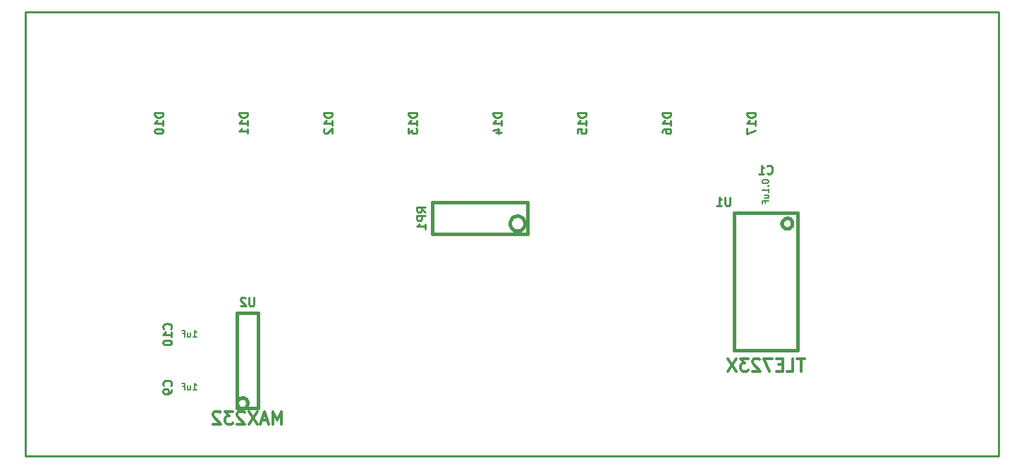
<source format=gbo>
G04 (created by PCBNEW-RS274X (2011-05-25)-stable) date Wed 09 Oct 2013 04:42:06 PM EDT*
G01*
G70*
G90*
%MOIN*%
G04 Gerber Fmt 3.4, Leading zero omitted, Abs format*
%FSLAX34Y34*%
G04 APERTURE LIST*
%ADD10C,0.006000*%
%ADD11C,0.009000*%
%ADD12C,0.005000*%
%ADD13C,0.015000*%
%ADD14C,0.010000*%
%ADD15C,0.012000*%
%ADD16C,0.096000*%
%ADD17C,0.160000*%
%ADD18C,0.180000*%
%ADD19C,0.175000*%
%ADD20O,0.080000X0.120000*%
%ADD21C,0.080000*%
%ADD22R,0.070000X0.120000*%
%ADD23C,0.093000*%
%ADD24R,0.093000X0.093000*%
%ADD25R,0.045000X0.100000*%
%ADD26R,0.120000X0.070000*%
%ADD27C,0.170000*%
%ADD28C,0.140000*%
%ADD29R,0.085000X0.085000*%
%ADD30C,0.085000*%
%ADD31R,0.070000X0.044000*%
%ADD32R,0.070000X0.035000*%
%ADD33R,0.081000X0.044000*%
G04 APERTURE END LIST*
G54D10*
G54D11*
X89500Y-51500D02*
X43500Y-51500D01*
X43500Y-30500D02*
X89500Y-30500D01*
X43500Y-30500D02*
X43500Y-51500D01*
X89500Y-51500D02*
X89500Y-30500D01*
G54D12*
X78200Y-39550D02*
X77600Y-39550D01*
X77600Y-39550D02*
X77600Y-38450D01*
X77600Y-38450D02*
X78200Y-38450D01*
X78800Y-38450D02*
X79400Y-38450D01*
X79400Y-38450D02*
X79400Y-39550D01*
X79400Y-39550D02*
X78800Y-39550D01*
G54D13*
X67103Y-40500D02*
X67096Y-40568D01*
X67076Y-40634D01*
X67044Y-40695D01*
X67000Y-40748D01*
X66947Y-40792D01*
X66886Y-40825D01*
X66820Y-40845D01*
X66752Y-40852D01*
X66684Y-40846D01*
X66618Y-40827D01*
X66557Y-40795D01*
X66504Y-40752D01*
X66459Y-40699D01*
X66426Y-40639D01*
X66405Y-40573D01*
X66398Y-40504D01*
X66403Y-40437D01*
X66422Y-40371D01*
X66454Y-40309D01*
X66497Y-40255D01*
X66549Y-40211D01*
X66609Y-40177D01*
X66675Y-40156D01*
X66743Y-40148D01*
X66811Y-40153D01*
X66877Y-40171D01*
X66939Y-40202D01*
X66993Y-40245D01*
X67038Y-40297D01*
X67072Y-40357D01*
X67094Y-40422D01*
X67102Y-40491D01*
X67103Y-40500D01*
X67250Y-39500D02*
X67250Y-41000D01*
X67250Y-41000D02*
X62750Y-41000D01*
X62750Y-41000D02*
X62750Y-39500D01*
X62750Y-39500D02*
X67250Y-39500D01*
G54D12*
X51800Y-48550D02*
X51800Y-49150D01*
X51800Y-49150D02*
X50700Y-49150D01*
X50700Y-49150D02*
X50700Y-48550D01*
X50700Y-47950D02*
X50700Y-47350D01*
X50700Y-47350D02*
X51800Y-47350D01*
X51800Y-47350D02*
X51800Y-47950D01*
X51800Y-46050D02*
X51800Y-46650D01*
X51800Y-46650D02*
X50700Y-46650D01*
X50700Y-46650D02*
X50700Y-46050D01*
X50700Y-45450D02*
X50700Y-44850D01*
X50700Y-44850D02*
X51800Y-44850D01*
X51800Y-44850D02*
X51800Y-45450D01*
G54D13*
X79750Y-40500D02*
X79745Y-40548D01*
X79731Y-40595D01*
X79708Y-40638D01*
X79677Y-40676D01*
X79639Y-40707D01*
X79596Y-40730D01*
X79550Y-40744D01*
X79501Y-40749D01*
X79454Y-40745D01*
X79407Y-40731D01*
X79364Y-40709D01*
X79326Y-40678D01*
X79294Y-40641D01*
X79271Y-40598D01*
X79256Y-40551D01*
X79251Y-40503D01*
X79255Y-40455D01*
X79268Y-40408D01*
X79290Y-40365D01*
X79321Y-40327D01*
X79358Y-40295D01*
X79400Y-40271D01*
X79447Y-40256D01*
X79495Y-40251D01*
X79543Y-40254D01*
X79590Y-40267D01*
X79633Y-40289D01*
X79672Y-40319D01*
X79704Y-40356D01*
X79728Y-40399D01*
X79743Y-40445D01*
X79749Y-40494D01*
X79750Y-40500D01*
X77000Y-40000D02*
X80000Y-40000D01*
X80000Y-40000D02*
X80000Y-46500D01*
X80000Y-46500D02*
X77000Y-46500D01*
X77000Y-46500D02*
X77000Y-40000D01*
X54000Y-49000D02*
X53995Y-49048D01*
X53981Y-49095D01*
X53958Y-49138D01*
X53927Y-49176D01*
X53889Y-49207D01*
X53846Y-49230D01*
X53800Y-49244D01*
X53751Y-49249D01*
X53704Y-49245D01*
X53657Y-49231D01*
X53614Y-49209D01*
X53576Y-49178D01*
X53544Y-49141D01*
X53521Y-49098D01*
X53506Y-49051D01*
X53501Y-49003D01*
X53505Y-48955D01*
X53518Y-48908D01*
X53540Y-48865D01*
X53571Y-48827D01*
X53608Y-48795D01*
X53650Y-48771D01*
X53697Y-48756D01*
X53745Y-48751D01*
X53793Y-48754D01*
X53840Y-48767D01*
X53883Y-48789D01*
X53922Y-48819D01*
X53954Y-48856D01*
X53978Y-48899D01*
X53993Y-48945D01*
X53999Y-48994D01*
X54000Y-49000D01*
X54500Y-49250D02*
X53500Y-49250D01*
X53500Y-49250D02*
X53500Y-44750D01*
X53500Y-44750D02*
X54500Y-44750D01*
X54500Y-44750D02*
X54500Y-49250D01*
G54D14*
X78566Y-38124D02*
X78585Y-38143D01*
X78642Y-38162D01*
X78680Y-38162D01*
X78738Y-38143D01*
X78776Y-38105D01*
X78795Y-38067D01*
X78814Y-37990D01*
X78814Y-37933D01*
X78795Y-37857D01*
X78776Y-37819D01*
X78738Y-37781D01*
X78680Y-37762D01*
X78642Y-37762D01*
X78585Y-37781D01*
X78566Y-37800D01*
X78185Y-38162D02*
X78414Y-38162D01*
X78300Y-38162D02*
X78300Y-37762D01*
X78338Y-37819D01*
X78376Y-37857D01*
X78414Y-37876D01*
G54D12*
X78321Y-38508D02*
X78321Y-38536D01*
X78336Y-38565D01*
X78350Y-38579D01*
X78379Y-38593D01*
X78436Y-38608D01*
X78507Y-38608D01*
X78564Y-38593D01*
X78593Y-38579D01*
X78607Y-38565D01*
X78621Y-38536D01*
X78621Y-38508D01*
X78607Y-38479D01*
X78593Y-38465D01*
X78564Y-38450D01*
X78507Y-38436D01*
X78436Y-38436D01*
X78379Y-38450D01*
X78350Y-38465D01*
X78336Y-38479D01*
X78321Y-38508D01*
X78593Y-38736D02*
X78607Y-38751D01*
X78621Y-38736D01*
X78607Y-38722D01*
X78593Y-38736D01*
X78621Y-38736D01*
X78621Y-39037D02*
X78621Y-38865D01*
X78621Y-38951D02*
X78321Y-38951D01*
X78364Y-38922D01*
X78393Y-38894D01*
X78407Y-38865D01*
X78421Y-39294D02*
X78621Y-39294D01*
X78421Y-39165D02*
X78579Y-39165D01*
X78607Y-39180D01*
X78621Y-39208D01*
X78621Y-39251D01*
X78607Y-39280D01*
X78593Y-39294D01*
X78464Y-39536D02*
X78464Y-39436D01*
X78621Y-39436D02*
X78321Y-39436D01*
X78321Y-39579D01*
G54D14*
X62412Y-39984D02*
X62221Y-39850D01*
X62412Y-39755D02*
X62012Y-39755D01*
X62012Y-39908D01*
X62031Y-39946D01*
X62050Y-39965D01*
X62088Y-39984D01*
X62145Y-39984D01*
X62183Y-39965D01*
X62202Y-39946D01*
X62221Y-39908D01*
X62221Y-39755D01*
X62412Y-40155D02*
X62012Y-40155D01*
X62012Y-40308D01*
X62031Y-40346D01*
X62050Y-40365D01*
X62088Y-40384D01*
X62145Y-40384D01*
X62183Y-40365D01*
X62202Y-40346D01*
X62221Y-40308D01*
X62221Y-40155D01*
X62412Y-40765D02*
X62412Y-40536D01*
X62412Y-40650D02*
X62012Y-40650D01*
X62069Y-40612D01*
X62107Y-40574D01*
X62126Y-40536D01*
X50374Y-48184D02*
X50393Y-48165D01*
X50412Y-48108D01*
X50412Y-48070D01*
X50393Y-48012D01*
X50355Y-47974D01*
X50317Y-47955D01*
X50240Y-47936D01*
X50183Y-47936D01*
X50107Y-47955D01*
X50069Y-47974D01*
X50031Y-48012D01*
X50012Y-48070D01*
X50012Y-48108D01*
X50031Y-48165D01*
X50050Y-48184D01*
X50412Y-48374D02*
X50412Y-48450D01*
X50393Y-48489D01*
X50374Y-48508D01*
X50317Y-48546D01*
X50240Y-48565D01*
X50088Y-48565D01*
X50050Y-48546D01*
X50031Y-48527D01*
X50012Y-48489D01*
X50012Y-48412D01*
X50031Y-48374D01*
X50050Y-48355D01*
X50088Y-48336D01*
X50183Y-48336D01*
X50221Y-48355D01*
X50240Y-48374D01*
X50260Y-48412D01*
X50260Y-48489D01*
X50240Y-48527D01*
X50221Y-48546D01*
X50183Y-48565D01*
G54D12*
X51428Y-48371D02*
X51600Y-48371D01*
X51514Y-48371D02*
X51514Y-48071D01*
X51543Y-48114D01*
X51571Y-48143D01*
X51600Y-48157D01*
X51171Y-48171D02*
X51171Y-48371D01*
X51300Y-48171D02*
X51300Y-48329D01*
X51285Y-48357D01*
X51257Y-48371D01*
X51214Y-48371D01*
X51185Y-48357D01*
X51171Y-48343D01*
X50929Y-48214D02*
X51029Y-48214D01*
X51029Y-48371D02*
X51029Y-48071D01*
X50886Y-48071D01*
G54D14*
X50374Y-45493D02*
X50393Y-45474D01*
X50412Y-45417D01*
X50412Y-45379D01*
X50393Y-45321D01*
X50355Y-45283D01*
X50317Y-45264D01*
X50240Y-45245D01*
X50183Y-45245D01*
X50107Y-45264D01*
X50069Y-45283D01*
X50031Y-45321D01*
X50012Y-45379D01*
X50012Y-45417D01*
X50031Y-45474D01*
X50050Y-45493D01*
X50412Y-45874D02*
X50412Y-45645D01*
X50412Y-45759D02*
X50012Y-45759D01*
X50069Y-45721D01*
X50107Y-45683D01*
X50126Y-45645D01*
X50012Y-46121D02*
X50012Y-46160D01*
X50031Y-46198D01*
X50050Y-46217D01*
X50088Y-46236D01*
X50164Y-46255D01*
X50260Y-46255D01*
X50336Y-46236D01*
X50374Y-46217D01*
X50393Y-46198D01*
X50412Y-46160D01*
X50412Y-46121D01*
X50393Y-46083D01*
X50374Y-46064D01*
X50336Y-46045D01*
X50260Y-46026D01*
X50164Y-46026D01*
X50088Y-46045D01*
X50050Y-46064D01*
X50031Y-46083D01*
X50012Y-46121D01*
G54D12*
X51428Y-45871D02*
X51600Y-45871D01*
X51514Y-45871D02*
X51514Y-45571D01*
X51543Y-45614D01*
X51571Y-45643D01*
X51600Y-45657D01*
X51171Y-45671D02*
X51171Y-45871D01*
X51300Y-45671D02*
X51300Y-45829D01*
X51285Y-45857D01*
X51257Y-45871D01*
X51214Y-45871D01*
X51185Y-45857D01*
X51171Y-45843D01*
X50929Y-45714D02*
X51029Y-45714D01*
X51029Y-45871D02*
X51029Y-45571D01*
X50886Y-45571D01*
G54D14*
X50012Y-35264D02*
X49612Y-35264D01*
X49612Y-35359D01*
X49631Y-35417D01*
X49669Y-35455D01*
X49707Y-35474D01*
X49783Y-35493D01*
X49840Y-35493D01*
X49917Y-35474D01*
X49955Y-35455D01*
X49993Y-35417D01*
X50012Y-35359D01*
X50012Y-35264D01*
X50012Y-35874D02*
X50012Y-35645D01*
X50012Y-35759D02*
X49612Y-35759D01*
X49669Y-35721D01*
X49707Y-35683D01*
X49726Y-35645D01*
X49612Y-36121D02*
X49612Y-36160D01*
X49631Y-36198D01*
X49650Y-36217D01*
X49688Y-36236D01*
X49764Y-36255D01*
X49860Y-36255D01*
X49936Y-36236D01*
X49974Y-36217D01*
X49993Y-36198D01*
X50012Y-36160D01*
X50012Y-36121D01*
X49993Y-36083D01*
X49974Y-36064D01*
X49936Y-36045D01*
X49860Y-36026D01*
X49764Y-36026D01*
X49688Y-36045D01*
X49650Y-36064D01*
X49631Y-36083D01*
X49612Y-36121D01*
X54012Y-35264D02*
X53612Y-35264D01*
X53612Y-35359D01*
X53631Y-35417D01*
X53669Y-35455D01*
X53707Y-35474D01*
X53783Y-35493D01*
X53840Y-35493D01*
X53917Y-35474D01*
X53955Y-35455D01*
X53993Y-35417D01*
X54012Y-35359D01*
X54012Y-35264D01*
X54012Y-35874D02*
X54012Y-35645D01*
X54012Y-35759D02*
X53612Y-35759D01*
X53669Y-35721D01*
X53707Y-35683D01*
X53726Y-35645D01*
X54012Y-36255D02*
X54012Y-36026D01*
X54012Y-36140D02*
X53612Y-36140D01*
X53669Y-36102D01*
X53707Y-36064D01*
X53726Y-36026D01*
X58012Y-35264D02*
X57612Y-35264D01*
X57612Y-35359D01*
X57631Y-35417D01*
X57669Y-35455D01*
X57707Y-35474D01*
X57783Y-35493D01*
X57840Y-35493D01*
X57917Y-35474D01*
X57955Y-35455D01*
X57993Y-35417D01*
X58012Y-35359D01*
X58012Y-35264D01*
X58012Y-35874D02*
X58012Y-35645D01*
X58012Y-35759D02*
X57612Y-35759D01*
X57669Y-35721D01*
X57707Y-35683D01*
X57726Y-35645D01*
X57650Y-36026D02*
X57631Y-36045D01*
X57612Y-36083D01*
X57612Y-36179D01*
X57631Y-36217D01*
X57650Y-36236D01*
X57688Y-36255D01*
X57726Y-36255D01*
X57783Y-36236D01*
X58012Y-36007D01*
X58012Y-36255D01*
X62012Y-35264D02*
X61612Y-35264D01*
X61612Y-35359D01*
X61631Y-35417D01*
X61669Y-35455D01*
X61707Y-35474D01*
X61783Y-35493D01*
X61840Y-35493D01*
X61917Y-35474D01*
X61955Y-35455D01*
X61993Y-35417D01*
X62012Y-35359D01*
X62012Y-35264D01*
X62012Y-35874D02*
X62012Y-35645D01*
X62012Y-35759D02*
X61612Y-35759D01*
X61669Y-35721D01*
X61707Y-35683D01*
X61726Y-35645D01*
X61612Y-36007D02*
X61612Y-36255D01*
X61764Y-36121D01*
X61764Y-36179D01*
X61783Y-36217D01*
X61802Y-36236D01*
X61840Y-36255D01*
X61936Y-36255D01*
X61974Y-36236D01*
X61993Y-36217D01*
X62012Y-36179D01*
X62012Y-36064D01*
X61993Y-36026D01*
X61974Y-36007D01*
X66012Y-35264D02*
X65612Y-35264D01*
X65612Y-35359D01*
X65631Y-35417D01*
X65669Y-35455D01*
X65707Y-35474D01*
X65783Y-35493D01*
X65840Y-35493D01*
X65917Y-35474D01*
X65955Y-35455D01*
X65993Y-35417D01*
X66012Y-35359D01*
X66012Y-35264D01*
X66012Y-35874D02*
X66012Y-35645D01*
X66012Y-35759D02*
X65612Y-35759D01*
X65669Y-35721D01*
X65707Y-35683D01*
X65726Y-35645D01*
X65745Y-36217D02*
X66012Y-36217D01*
X65593Y-36121D02*
X65879Y-36026D01*
X65879Y-36274D01*
X70012Y-35264D02*
X69612Y-35264D01*
X69612Y-35359D01*
X69631Y-35417D01*
X69669Y-35455D01*
X69707Y-35474D01*
X69783Y-35493D01*
X69840Y-35493D01*
X69917Y-35474D01*
X69955Y-35455D01*
X69993Y-35417D01*
X70012Y-35359D01*
X70012Y-35264D01*
X70012Y-35874D02*
X70012Y-35645D01*
X70012Y-35759D02*
X69612Y-35759D01*
X69669Y-35721D01*
X69707Y-35683D01*
X69726Y-35645D01*
X69612Y-36236D02*
X69612Y-36045D01*
X69802Y-36026D01*
X69783Y-36045D01*
X69764Y-36083D01*
X69764Y-36179D01*
X69783Y-36217D01*
X69802Y-36236D01*
X69840Y-36255D01*
X69936Y-36255D01*
X69974Y-36236D01*
X69993Y-36217D01*
X70012Y-36179D01*
X70012Y-36083D01*
X69993Y-36045D01*
X69974Y-36026D01*
X74012Y-35264D02*
X73612Y-35264D01*
X73612Y-35359D01*
X73631Y-35417D01*
X73669Y-35455D01*
X73707Y-35474D01*
X73783Y-35493D01*
X73840Y-35493D01*
X73917Y-35474D01*
X73955Y-35455D01*
X73993Y-35417D01*
X74012Y-35359D01*
X74012Y-35264D01*
X74012Y-35874D02*
X74012Y-35645D01*
X74012Y-35759D02*
X73612Y-35759D01*
X73669Y-35721D01*
X73707Y-35683D01*
X73726Y-35645D01*
X73612Y-36217D02*
X73612Y-36140D01*
X73631Y-36102D01*
X73650Y-36083D01*
X73707Y-36045D01*
X73783Y-36026D01*
X73936Y-36026D01*
X73974Y-36045D01*
X73993Y-36064D01*
X74012Y-36102D01*
X74012Y-36179D01*
X73993Y-36217D01*
X73974Y-36236D01*
X73936Y-36255D01*
X73840Y-36255D01*
X73802Y-36236D01*
X73783Y-36217D01*
X73764Y-36179D01*
X73764Y-36102D01*
X73783Y-36064D01*
X73802Y-36045D01*
X73840Y-36026D01*
X78012Y-35264D02*
X77612Y-35264D01*
X77612Y-35359D01*
X77631Y-35417D01*
X77669Y-35455D01*
X77707Y-35474D01*
X77783Y-35493D01*
X77840Y-35493D01*
X77917Y-35474D01*
X77955Y-35455D01*
X77993Y-35417D01*
X78012Y-35359D01*
X78012Y-35264D01*
X78012Y-35874D02*
X78012Y-35645D01*
X78012Y-35759D02*
X77612Y-35759D01*
X77669Y-35721D01*
X77707Y-35683D01*
X77726Y-35645D01*
X77612Y-36007D02*
X77612Y-36274D01*
X78012Y-36102D01*
X76805Y-39262D02*
X76805Y-39586D01*
X76786Y-39624D01*
X76767Y-39643D01*
X76729Y-39662D01*
X76652Y-39662D01*
X76614Y-39643D01*
X76595Y-39624D01*
X76576Y-39586D01*
X76576Y-39262D01*
X76176Y-39662D02*
X76405Y-39662D01*
X76291Y-39662D02*
X76291Y-39262D01*
X76329Y-39319D01*
X76367Y-39357D01*
X76405Y-39376D01*
G54D15*
X80328Y-46893D02*
X79985Y-46893D01*
X80156Y-47493D02*
X80156Y-46893D01*
X79499Y-47493D02*
X79785Y-47493D01*
X79785Y-46893D01*
X79299Y-47179D02*
X79099Y-47179D01*
X79013Y-47493D02*
X79299Y-47493D01*
X79299Y-46893D01*
X79013Y-46893D01*
X78813Y-46893D02*
X78413Y-46893D01*
X78670Y-47493D01*
X78214Y-46950D02*
X78185Y-46921D01*
X78128Y-46893D01*
X77985Y-46893D01*
X77928Y-46921D01*
X77899Y-46950D01*
X77871Y-47007D01*
X77871Y-47064D01*
X77899Y-47150D01*
X78242Y-47493D01*
X77871Y-47493D01*
X77671Y-46893D02*
X77300Y-46893D01*
X77500Y-47121D01*
X77414Y-47121D01*
X77357Y-47150D01*
X77328Y-47179D01*
X77300Y-47236D01*
X77300Y-47379D01*
X77328Y-47436D01*
X77357Y-47464D01*
X77414Y-47493D01*
X77586Y-47493D01*
X77643Y-47464D01*
X77671Y-47436D01*
X77100Y-46893D02*
X76700Y-47493D01*
X76700Y-46893D02*
X77100Y-47493D01*
G54D14*
X54305Y-44012D02*
X54305Y-44336D01*
X54286Y-44374D01*
X54267Y-44393D01*
X54229Y-44412D01*
X54152Y-44412D01*
X54114Y-44393D01*
X54095Y-44374D01*
X54076Y-44336D01*
X54076Y-44012D01*
X53905Y-44050D02*
X53886Y-44031D01*
X53848Y-44012D01*
X53752Y-44012D01*
X53714Y-44031D01*
X53695Y-44050D01*
X53676Y-44088D01*
X53676Y-44126D01*
X53695Y-44183D01*
X53924Y-44412D01*
X53676Y-44412D01*
G54D15*
X55599Y-49993D02*
X55599Y-49393D01*
X55399Y-49821D01*
X55199Y-49393D01*
X55199Y-49993D01*
X54942Y-49821D02*
X54656Y-49821D01*
X54999Y-49993D02*
X54799Y-49393D01*
X54599Y-49993D01*
X54456Y-49393D02*
X54056Y-49993D01*
X54056Y-49393D02*
X54456Y-49993D01*
X53857Y-49450D02*
X53828Y-49421D01*
X53771Y-49393D01*
X53628Y-49393D01*
X53571Y-49421D01*
X53542Y-49450D01*
X53514Y-49507D01*
X53514Y-49564D01*
X53542Y-49650D01*
X53885Y-49993D01*
X53514Y-49993D01*
X53314Y-49393D02*
X52943Y-49393D01*
X53143Y-49621D01*
X53057Y-49621D01*
X53000Y-49650D01*
X52971Y-49679D01*
X52943Y-49736D01*
X52943Y-49879D01*
X52971Y-49936D01*
X53000Y-49964D01*
X53057Y-49993D01*
X53229Y-49993D01*
X53286Y-49964D01*
X53314Y-49936D01*
X52715Y-49450D02*
X52686Y-49421D01*
X52629Y-49393D01*
X52486Y-49393D01*
X52429Y-49421D01*
X52400Y-49450D01*
X52372Y-49507D01*
X52372Y-49564D01*
X52400Y-49650D01*
X52743Y-49993D01*
X52372Y-49993D01*
%LPC*%
G54D16*
X88320Y-41000D03*
G54D17*
X87140Y-41000D03*
G54D18*
X84780Y-41000D03*
G54D17*
X87530Y-39230D03*
X87530Y-42770D03*
G54D19*
X50500Y-50500D03*
X51000Y-31500D03*
X83000Y-50500D03*
X80500Y-31500D03*
G54D20*
X56000Y-50500D03*
X57000Y-50500D03*
X58000Y-50500D03*
X59000Y-50500D03*
X60000Y-50500D03*
X61000Y-50500D03*
X62000Y-50500D03*
X63000Y-50500D03*
X65000Y-50500D03*
X66000Y-50500D03*
X67000Y-50500D03*
X68000Y-50500D03*
X69000Y-50500D03*
X70000Y-50500D03*
X71000Y-50500D03*
X72000Y-50500D03*
X74000Y-50500D03*
X75000Y-50500D03*
X76000Y-50500D03*
X77000Y-50500D03*
X78000Y-50500D03*
X79000Y-50500D03*
X80000Y-50500D03*
X81000Y-50500D03*
X52400Y-31500D03*
X53400Y-31500D03*
X54400Y-31500D03*
X55400Y-31500D03*
X56400Y-31500D03*
X57400Y-31500D03*
X58400Y-31500D03*
X59400Y-31500D03*
X60400Y-31500D03*
X61400Y-31500D03*
X63000Y-31500D03*
X70000Y-31500D03*
X69000Y-31500D03*
X68000Y-31500D03*
X67000Y-31500D03*
X66000Y-31500D03*
X65000Y-31500D03*
X64000Y-31500D03*
X72000Y-31500D03*
X73000Y-31500D03*
X74000Y-31500D03*
X75000Y-31500D03*
X76000Y-31500D03*
X77000Y-31500D03*
X78000Y-31500D03*
X79000Y-31500D03*
G54D21*
X82000Y-31500D03*
X83000Y-31500D03*
X82000Y-32500D03*
X83000Y-32500D03*
X82000Y-33500D03*
X83000Y-33500D03*
X82000Y-34500D03*
X83000Y-34500D03*
X82000Y-35500D03*
X83000Y-35500D03*
X82000Y-36500D03*
X83000Y-36500D03*
X82000Y-37500D03*
X83000Y-37500D03*
X82000Y-38500D03*
X83000Y-38500D03*
X82000Y-39500D03*
X83000Y-39500D03*
X82000Y-40500D03*
X83000Y-40500D03*
X82000Y-41500D03*
X83000Y-41500D03*
X82000Y-42500D03*
X83000Y-42500D03*
X82000Y-43500D03*
X83000Y-43500D03*
X82000Y-44500D03*
X83000Y-44500D03*
X82000Y-45500D03*
X83000Y-45500D03*
X82000Y-46500D03*
X83000Y-46500D03*
X82000Y-47500D03*
X83000Y-47500D03*
X82000Y-48500D03*
X83000Y-48500D03*
G54D22*
X77900Y-39000D03*
X79100Y-39000D03*
G54D23*
X69000Y-47000D03*
X69000Y-48000D03*
G54D24*
X69000Y-46000D03*
G54D23*
X75250Y-47000D03*
X75250Y-48000D03*
G54D24*
X75250Y-46000D03*
G54D23*
X63000Y-47000D03*
X63000Y-48000D03*
G54D24*
X63000Y-46000D03*
G54D23*
X57000Y-47000D03*
X57000Y-48000D03*
G54D24*
X57000Y-46000D03*
G54D23*
X51500Y-34000D03*
G54D24*
X50500Y-34000D03*
G54D23*
X55500Y-34000D03*
G54D24*
X54500Y-34000D03*
G54D23*
X59500Y-34000D03*
G54D24*
X58500Y-34000D03*
G54D23*
X63500Y-34000D03*
G54D24*
X62500Y-34000D03*
G54D23*
X67500Y-34000D03*
G54D24*
X66500Y-34000D03*
G54D23*
X71500Y-34000D03*
G54D24*
X70500Y-34000D03*
G54D23*
X75500Y-34000D03*
G54D24*
X74500Y-34000D03*
G54D23*
X79500Y-34000D03*
G54D24*
X78500Y-34000D03*
G54D25*
X66750Y-41700D03*
X66250Y-41700D03*
X65750Y-41700D03*
X65250Y-41700D03*
X64750Y-41700D03*
X64250Y-41700D03*
X63750Y-41700D03*
X63250Y-41700D03*
X63250Y-38800D03*
X63750Y-38800D03*
X64250Y-38800D03*
X64750Y-38800D03*
X65250Y-38800D03*
X65750Y-38800D03*
X66250Y-38800D03*
X66750Y-38800D03*
G54D26*
X51250Y-48850D03*
X51250Y-47650D03*
X51250Y-46350D03*
X51250Y-45150D03*
G54D27*
X44750Y-38500D03*
X44750Y-43500D03*
G54D21*
X46400Y-38300D03*
X46400Y-39300D03*
X46400Y-42700D03*
X46400Y-43700D03*
X48000Y-39250D03*
X48000Y-40250D03*
X48000Y-41250D03*
X48000Y-42250D03*
X49000Y-39750D03*
X49000Y-40750D03*
X49000Y-41750D03*
X49000Y-42750D03*
X50450Y-39250D03*
X50450Y-40250D03*
X51450Y-39750D03*
X51450Y-40750D03*
X50450Y-41250D03*
X51450Y-41750D03*
X50450Y-42250D03*
X51450Y-42750D03*
X53000Y-38300D03*
X53000Y-39300D03*
X53000Y-42700D03*
X53000Y-43700D03*
X86250Y-46250D03*
X86250Y-45250D03*
X86250Y-47250D03*
G54D28*
X59000Y-43000D03*
X59000Y-39000D03*
G54D29*
X61000Y-41000D03*
G54D30*
X61000Y-42000D03*
G54D28*
X63000Y-43000D03*
X71000Y-43000D03*
X71000Y-39000D03*
G54D29*
X73000Y-41000D03*
G54D30*
X73000Y-42000D03*
G54D28*
X75000Y-43000D03*
G54D31*
X51500Y-35750D03*
X50700Y-35380D03*
X50700Y-36120D03*
X55500Y-35750D03*
X54700Y-35380D03*
X54700Y-36120D03*
X59500Y-35750D03*
X58700Y-35380D03*
X58700Y-36120D03*
X63500Y-35750D03*
X62700Y-35380D03*
X62700Y-36120D03*
X67500Y-35750D03*
X66700Y-35380D03*
X66700Y-36120D03*
X71500Y-35750D03*
X70700Y-35380D03*
X70700Y-36120D03*
X75500Y-35750D03*
X74700Y-35380D03*
X74700Y-36120D03*
X79500Y-35750D03*
X78700Y-35380D03*
X78700Y-36120D03*
G54D32*
X80500Y-43000D03*
X80500Y-42500D03*
X80500Y-42000D03*
X80500Y-41500D03*
X80500Y-41000D03*
X80500Y-40500D03*
X80500Y-43500D03*
X80500Y-44000D03*
X80500Y-44500D03*
X80500Y-45000D03*
X80500Y-45500D03*
X80500Y-46000D03*
X76500Y-46000D03*
X76500Y-45500D03*
X76500Y-45000D03*
X76500Y-44500D03*
X76500Y-44000D03*
X76500Y-43500D03*
X76500Y-43000D03*
X76500Y-42500D03*
X76500Y-42000D03*
X76500Y-41500D03*
X76500Y-41000D03*
X76500Y-40500D03*
G54D33*
X52940Y-48750D03*
X52940Y-48250D03*
X52940Y-47750D03*
X52940Y-47250D03*
X52940Y-46750D03*
X52940Y-46250D03*
X52940Y-45750D03*
X52940Y-45250D03*
X55060Y-45250D03*
X55060Y-45750D03*
X55060Y-46250D03*
X55060Y-46750D03*
X55060Y-47250D03*
X55060Y-47750D03*
X55060Y-48250D03*
X55060Y-48750D03*
M02*

</source>
